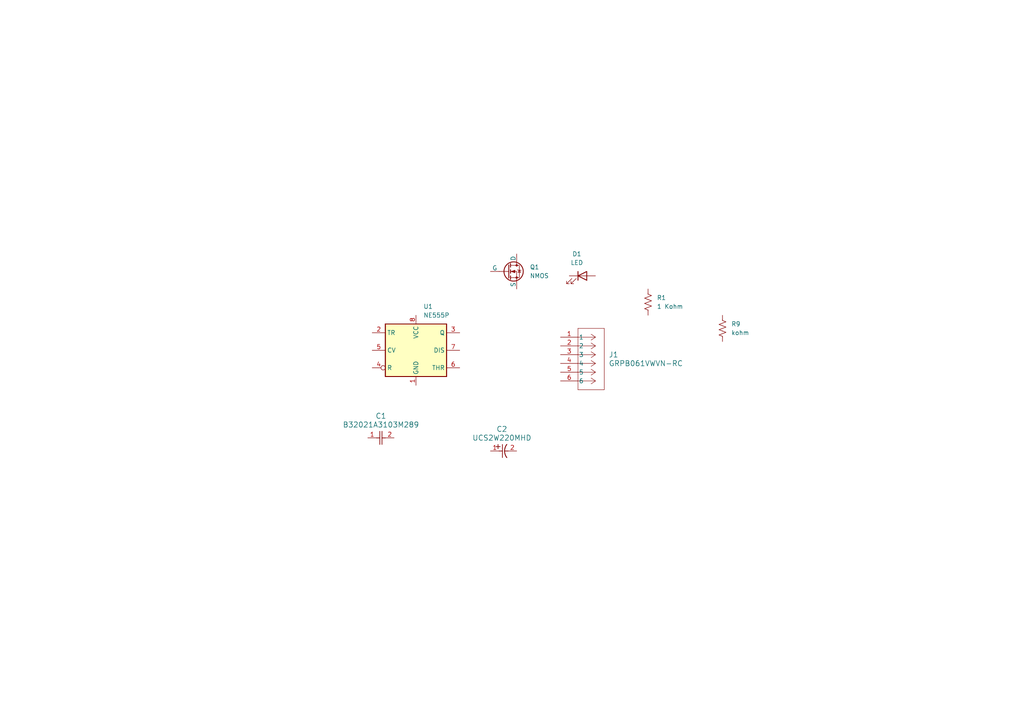
<source format=kicad_sch>
(kicad_sch (version 20250114) (generator "eeschema") (generator_version "9.0")
  (paper "A4")
  (lib_symbols
    (symbol "22uf:UCS2W220MHD" (pin_names (offset 0.254))
      (property "Reference" "C" (at 3.81 3.81 0))
      (property "Value" "UCS2W220MHD" (at 3.81 -3.81 0))
      (symbol "UCS2W220MHD_1_1"
        (polyline (pts (xy 1.5748 1.27) (xy 2.8448 1.27)) (stroke (width 0.2032)))
        (polyline (pts (xy 2.2098 0.635) (xy 2.2098 1.905)) (stroke (width 0.2032)))
        (polyline (pts (xy 2.54 0) (xy 3.4798 0)) (stroke (width 0.2032)))
        (polyline (pts (xy 3.4798 -1.905) (xy 3.4798 1.905)) (stroke (width 0.2032)))
        (polyline (pts (xy 4.1148 0) (xy 5.08 0)) (stroke (width 0.2032)))
        (arc (start 4.7541 -1.9108) (mid 4.1148 0) (end 4.7541 1.9108) (stroke (width 0.254)))
        (pin unspecified line (at 0 0 0) (length 2.54) (name "") (number "1"))
        (pin unspecified line (at 7.62 0 180) (length 2.54) (name "") (number "2"))
      )
      (symbol "UCS2W220MHD_1_2"
        (polyline (pts (xy -1.905 -3.4798) (xy 1.905 -3.4798)) (stroke (width 0.2032)))
        (polyline (pts (xy 0 -2.54) (xy 0 -3.4798)) (stroke (width 0.2032)))
        (polyline (pts (xy 0 -4.1148) (xy 0 -5.08)) (stroke (width 0.2032)))
        (arc (start -1.9108 -4.7541) (mid 0 -4.1148) (end 1.9108 -4.7541) (stroke (width 0.254)))
        (polyline (pts (xy 0.635 -2.2098) (xy 1.905 -2.2098)) (stroke (width 0.2032)))
        (polyline (pts (xy 1.27 -1.5748) (xy 1.27 -2.8448)) (stroke (width 0.2032)))
        (pin unspecified line (at 0 0 270) (length 2.54) (name "") (number "2"))
        (pin unspecified line (at 0 -7.62 90) (length 2.54) (name "") (number "1"))
      )
    )
    (symbol "6 Pin:GRPB061VWVN-RC" (pin_names (offset 0.254))
      (property "Reference" "J" (at 8.89 6.35 0))
      (property "Value" "GRPB061VWVN-RC" (at 0 0 0))
      (symbol "GRPB061VWVN-RC_1_1"
        (polyline (pts (xy 5.08 2.54) (xy 5.08 -15.24)) (stroke (width 0.127)))
        (polyline (pts (xy 5.08 -15.24) (xy 12.7 -15.24)) (stroke (width 0.127)))
        (polyline (pts (xy 10.16 0) (xy 5.08 0)) (stroke (width 0.127)))
        (polyline (pts (xy 10.16 0) (xy 8.89 0.8467)) (stroke (width 0.127)))
        (polyline (pts (xy 10.16 0) (xy 8.89 -0.8467)) (stroke (width 0.127)))
        (polyline (pts (xy 10.16 -2.54) (xy 5.08 -2.54)) (stroke (width 0.127)))
        (polyline (pts (xy 10.16 -2.54) (xy 8.89 -1.6933)) (stroke (width 0.127)))
        (polyline (pts (xy 10.16 -2.54) (xy 8.89 -3.3867)) (stroke (width 0.127)))
        (polyline (pts (xy 10.16 -5.08) (xy 5.08 -5.08)) (stroke (width 0.127)))
        (polyline (pts (xy 10.16 -5.08) (xy 8.89 -4.2333)) (stroke (width 0.127)))
        (polyline (pts (xy 10.16 -5.08) (xy 8.89 -5.9267)) (stroke (width 0.127)))
        (polyline (pts (xy 10.16 -7.62) (xy 5.08 -7.62)) (stroke (width 0.127)))
        (polyline (pts (xy 10.16 -7.62) (xy 8.89 -6.7733)) (stroke (width 0.127)))
        (polyline (pts (xy 10.16 -7.62) (xy 8.89 -8.4667)) (stroke (width 0.127)))
        (polyline (pts (xy 10.16 -10.16) (xy 5.08 -10.16)) (stroke (width 0.127)))
        (polyline (pts (xy 10.16 -10.16) (xy 8.89 -9.3133)) (stroke (width 0.127)))
        (polyline (pts (xy 10.16 -10.16) (xy 8.89 -11.0067)) (stroke (width 0.127)))
        (polyline (pts (xy 10.16 -12.7) (xy 5.08 -12.7)) (stroke (width 0.127)))
        (polyline (pts (xy 10.16 -12.7) (xy 8.89 -11.8533)) (stroke (width 0.127)))
        (polyline (pts (xy 10.16 -12.7) (xy 8.89 -13.5467)) (stroke (width 0.127)))
        (polyline (pts (xy 12.7 2.54) (xy 5.08 2.54)) (stroke (width 0.127)))
        (polyline (pts (xy 12.7 -15.24) (xy 12.7 2.54)) (stroke (width 0.127)))
        (pin unspecified line (at 0 0 0) (length 5.08) (name "1") (number "1"))
        (pin unspecified line (at 0 -2.54 0) (length 5.08) (name "2") (number "2"))
        (pin unspecified line (at 0 -5.08 0) (length 5.08) (name "3") (number "3"))
        (pin unspecified line (at 0 -7.62 0) (length 5.08) (name "4") (number "4"))
        (pin unspecified line (at 0 -10.16 0) (length 5.08) (name "5") (number "5"))
        (pin unspecified line (at 0 -12.7 0) (length 5.08) (name "6") (number "6"))
      )
      (symbol "GRPB061VWVN-RC_1_2"
        (polyline (pts (xy 5.08 2.54) (xy 5.08 -15.24)) (stroke (width 0.127)))
        (polyline (pts (xy 5.08 -15.24) (xy 12.7 -15.24)) (stroke (width 0.127)))
        (polyline (pts (xy 7.62 0) (xy 5.08 0)) (stroke (width 0.127)))
        (polyline (pts (xy 7.62 0) (xy 8.89 0.8467)) (stroke (width 0.127)))
        (polyline (pts (xy 7.62 0) (xy 8.89 -0.8467)) (stroke (width 0.127)))
        (polyline (pts (xy 7.62 -2.54) (xy 5.08 -2.54)) (stroke (width 0.127)))
        (polyline (pts (xy 7.62 -2.54) (xy 8.89 -1.6933)) (stroke (width 0.127)))
        (polyline (pts (xy 7.62 -2.54) (xy 8.89 -3.3867)) (stroke (width 0.127)))
        (polyline (pts (xy 7.62 -5.08) (xy 5.08 -5.08)) (stroke (width 0.127)))
        (polyline (pts (xy 7.62 -5.08) (xy 8.89 -4.2333)) (stroke (width 0.127)))
        (polyline (pts (xy 7.62 -5.08) (xy 8.89 -5.9267)) (stroke (width 0.127)))
        (polyline (pts (xy 7.62 -7.62) (xy 5.08 -7.62)) (stroke (width 0.127)))
        (polyline (pts (xy 7.62 -7.62) (xy 8.89 -6.7733)) (stroke (width 0.127)))
        (polyline (pts (xy 7.62 -7.62) (xy 8.89 -8.4667)) (stroke (width 0.127)))
        (polyline (pts (xy 7.62 -10.16) (xy 5.08 -10.16)) (stroke (width 0.127)))
        (polyline (pts (xy 7.62 -10.16) (xy 8.89 -9.3133)) (stroke (width 0.127)))
        (polyline (pts (xy 7.62 -10.16) (xy 8.89 -11.0067)) (stroke (width 0.127)))
        (polyline (pts (xy 7.62 -12.7) (xy 5.08 -12.7)) (stroke (width 0.127)))
        (polyline (pts (xy 7.62 -12.7) (xy 8.89 -11.8533)) (stroke (width 0.127)))
        (polyline (pts (xy 7.62 -12.7) (xy 8.89 -13.5467)) (stroke (width 0.127)))
        (polyline (pts (xy 12.7 2.54) (xy 5.08 2.54)) (stroke (width 0.127)))
        (polyline (pts (xy 12.7 -15.24) (xy 12.7 2.54)) (stroke (width 0.127)))
        (pin unspecified line (at 0 0 0) (length 5.08) (name "1") (number "1"))
        (pin unspecified line (at 0 -2.54 0) (length 5.08) (name "2") (number "2"))
        (pin unspecified line (at 0 -5.08 0) (length 5.08) (name "3") (number "3"))
        (pin unspecified line (at 0 -7.62 0) (length 5.08) (name "4") (number "4"))
        (pin unspecified line (at 0 -10.16 0) (length 5.08) (name "5") (number "5"))
        (pin unspecified line (at 0 -12.7 0) (length 5.08) (name "6") (number "6"))
      )
    )
    (symbol "C3 10nf:B32021A3103M289" (pin_names (offset 0.254))
      (property "Reference" "C" (at 3.81 3.81 0))
      (property "Value" "B32021A3103M289" (at 3.81 -3.81 0))
      (symbol "B32021A3103M289_1_1"
        (polyline (pts (xy 2.54 0) (xy 3.4798 0)) (stroke (width 0.2032)))
        (polyline (pts (xy 3.4798 -1.905) (xy 3.4798 1.905)) (stroke (width 0.2032)))
        (polyline (pts (xy 4.1148 0) (xy 5.08 0)) (stroke (width 0.2032)))
        (polyline (pts (xy 4.1148 -1.905) (xy 4.1148 1.905)) (stroke (width 0.2032)))
        (pin unspecified line (at 0 0 0) (length 2.54) (name "") (number "1"))
        (pin unspecified line (at 7.62 0 180) (length 2.54) (name "") (number "2"))
      )
      (symbol "B32021A3103M289_1_2"
        (polyline (pts (xy -1.905 -3.4798) (xy 1.905 -3.4798)) (stroke (width 0.2032)))
        (polyline (pts (xy -1.905 -4.1148) (xy 1.905 -4.1148)) (stroke (width 0.2032)))
        (polyline (pts (xy 0 -2.54) (xy 0 -3.4798)) (stroke (width 0.2032)))
        (polyline (pts (xy 0 -4.1148) (xy 0 -5.08)) (stroke (width 0.2032)))
        (pin unspecified line (at 0 0 270) (length 2.54) (name "") (number "1"))
        (pin unspecified line (at 0 -7.62 90) (length 2.54) (name "") (number "2"))
      )
    )
    (symbol "Device:LED" (pin_numbers (hide yes)) (pin_names (offset 1.016) (hide yes))
      (property "Reference" "D" (at 0 2.54 0))
      (property "Value" "LED" (at 0 -2.54 0))
      (symbol "LED_0_1"
        (polyline (pts (xy -3.048 -0.762) (xy -4.572 -2.286) (xy -3.81 -2.286) (xy -4.572 -2.286) (xy -4.572 -1.524)))
        (polyline (pts (xy -1.778 -0.762) (xy -3.302 -2.286) (xy -2.54 -2.286) (xy -3.302 -2.286) (xy -3.302 -1.524)))
        (polyline (pts (xy -1.27 0) (xy 1.27 0)))
        (polyline (pts (xy -1.27 -1.27) (xy -1.27 1.27)) (stroke (width 0.254)))
        (polyline (pts (xy 1.27 -1.27) (xy 1.27 1.27) (xy -1.27 0) (xy 1.27 -1.27)) (stroke (width 0.254)))
      )
      (symbol "LED_1_1"
        (pin passive line (at -3.81 0 0) (length 2.54) (name "K") (number "1"))
        (pin passive line (at 3.81 0 180) (length 2.54) (name "A") (number "2"))
      )
    )
    (symbol "Device:R_US" (pin_numbers (hide yes)) (pin_names (offset 0))
      (property "Reference" "R" (at 2.54 0 90))
      (property "Value" "R_US" (at -2.54 0 90))
      (symbol "R_US_0_1"
        (polyline (pts (xy 0 2.286) (xy 0 2.54)))
        (polyline (pts (xy 0 2.286) (xy 1.016 1.905) (xy 0 1.524) (xy -1.016 1.143) (xy 0 0.762)))
        (polyline (pts (xy 0 0.762) (xy 1.016 0.381) (xy 0 0) (xy -1.016 -0.381) (xy 0 -0.762)))
        (polyline (pts (xy 0 -0.762) (xy 1.016 -1.143) (xy 0 -1.524) (xy -1.016 -1.905) (xy 0 -2.286)))
        (polyline (pts (xy 0 -2.286) (xy 0 -2.54)))
      )
      (symbol "R_US_1_1"
        (pin passive line (at 0 3.81 270) (length 1.27) (name "~") (number "1"))
        (pin passive line (at 0 -3.81 90) (length 1.27) (name "~") (number "2"))
      )
    )
    (symbol "Simulation_SPICE:NMOS" (pin_numbers (hide yes)) (pin_names (offset 0))
      (property "Reference" "Q" (at 5.08 1.27 0))
      (property "Value" "NMOS" (at 5.08 -1.27 0))
      (symbol "NMOS_0_1"
        (polyline (pts (xy 0.254 1.905) (xy 0.254 -1.905)) (stroke (width 0.254)))
        (polyline (pts (xy 0.254 0) (xy -2.54 0)))
        (polyline (pts (xy 0.762 2.286) (xy 0.762 1.27)) (stroke (width 0.254)))
        (polyline (pts (xy 0.762 0.508) (xy 0.762 -0.508)) (stroke (width 0.254)))
        (polyline (pts (xy 0.762 -1.27) (xy 0.762 -2.286)) (stroke (width 0.254)))
        (polyline (pts (xy 0.762 -1.778) (xy 3.302 -1.778) (xy 3.302 1.778) (xy 0.762 1.778)))
        (polyline (pts (xy 1.016 0) (xy 2.032 0.381) (xy 2.032 -0.381) (xy 1.016 0)) (fill (type outline)))
        (circle (center 1.651 0) (radius 2.794) (stroke (width 0.254)))
        (polyline (pts (xy 2.54 2.54) (xy 2.54 1.778)))
        (circle (center 2.54 1.778) (radius 0.254) (fill (type outline)))
        (circle (center 2.54 -1.778) (radius 0.254) (fill (type outline)))
        (polyline (pts (xy 2.54 -2.54) (xy 2.54 0) (xy 0.762 0)))
        (polyline (pts (xy 2.794 0.508) (xy 2.921 0.381) (xy 3.683 0.381) (xy 3.81 0.254)))
        (polyline (pts (xy 3.302 0.381) (xy 2.921 -0.254) (xy 3.683 -0.254) (xy 3.302 0.381)))
      )
      (symbol "NMOS_1_1"
        (pin input line (at -5.08 0 0) (length 2.54) (name "G") (number "2"))
        (pin passive line (at 2.54 5.08 270) (length 2.54) (name "D") (number "1"))
        (pin passive line (at 2.54 -5.08 90) (length 2.54) (name "S") (number "3"))
      )
    )
    (symbol "Timer:NE555P"
      (property "Reference" "U" (at -10.16 8.89 0))
      (property "Value" "NE555P" (at 2.54 8.89 0))
      (symbol "NE555P_0_0"
        (pin power_in line (at 0 10.16 270) (length 2.54) (name "VCC") (number "8"))
        (pin power_in line (at 0 -10.16 90) (length 2.54) (name "GND") (number "1"))
      )
      (symbol "NE555P_0_1"
        (rectangle (start -8.89 -7.62) (end 8.89 7.62) (stroke (width 0.254)) (fill (type background)))
        (rectangle (start -8.89 -7.62) (end 8.89 7.62) (stroke (width 0.254)) (fill (type background)))
      )
      (symbol "NE555P_1_1"
        (pin input line (at -12.7 5.08 0) (length 3.81) (name "TR") (number "2"))
        (pin input line (at -12.7 0 0) (length 3.81) (name "CV") (number "5"))
        (pin input inverted (at -12.7 -5.08 0) (length 3.81) (name "R") (number "4"))
        (pin output line (at 12.7 5.08 180) (length 3.81) (name "Q") (number "3"))
        (pin input line (at 12.7 0 180) (length 3.81) (name "DIS") (number "7"))
        (pin input line (at 12.7 -5.08 180) (length 3.81) (name "THR") (number "6"))
      )
    )
  )
  (symbol (lib_id "Device:R_US") (at 187.96 87.63 0) (unit 1)
    (property "Reference" "R1" (at 190.5 86.3599 0) (effects (justify left)))
    (property "Value" "1 Kohm" (at 190.5 88.8999 0) (effects (justify left)))
    (property "Description" "Resistor, US symbol" (effects (hide yes)))
  )
  (symbol (lib_id "22uf:UCS2W220MHD") (at 142.24 130.81 0) (unit 1)
    (property "Reference" "C2" (at 145.5674 124.46 0) (effects (font (size 1.524 1.524))))
    (property "Value" "UCS2W220MHD" (at 145.5674 127 0) (effects (font (size 1.524 1.524))))
    (property "Footprint" "PCAP_16x20-THRU-ELECT_NCA" (effects (hide yes)))
    (property "Datasheet" "UCS2W220MHD" (effects (hide yes)))
  )
  (symbol (lib_id "Device:LED") (at 168.91 80.01 0) (unit 1)
    (property "Reference" "D1" (at 167.3225 73.66 0))
    (property "Value" "LED" (at 167.3225 76.2 0))
    (property "Description" "Light emitting diode" (effects (hide yes)))
    (property "Sim.Pins" "1=K 2=A" (effects (hide yes)))
  )
  (symbol (lib_id "Timer:NE555P") (at 120.65 101.6 0) (unit 1)
    (property "Reference" "U1" (at 122.7933 88.9 0) (effects (justify left)))
    (property "Value" "NE555P" (at 122.7933 91.44 0) (effects (justify left)))
    (property "Footprint" "Package_DIP:DIP-8_W7.62mm" (effects (hide yes)))
    (property "Datasheet" "http://www.ti.com/lit/ds/symlink/ne555.pdf" (effects (hide yes)))
    (property "Description" "Precision Timers, 555 compatible,  PDIP-8" (effects (hide yes)))
  )
  (symbol (lib_id "Device:R_US") (at 209.55 95.25 0) (unit 1)
    (property "Reference" "R9" (at 212.09 93.9799 0) (effects (justify left)))
    (property "Value" "kohm" (at 212.09 96.5199 0) (effects (justify left)))
    (property "Description" "Resistor, US symbol" (effects (hide yes)))
  )
  (symbol (lib_id "Simulation_SPICE:NMOS") (at 147.32 78.74 0) (unit 1)
    (property "Reference" "Q1" (at 153.67 77.4699 0) (effects (justify left)))
    (property "Value" "NMOS" (at 153.67 80.0099 0) (effects (justify left)))
    (property "Datasheet" "https://ngspice.sourceforge.io/docs/ngspice-html-manual/manual.xhtml#cha_MOSFETs" (effects (hide yes)))
    (property "Description" "N-MOSFET transistor, drain/source/gate" (effects (hide yes)))
    (property "Sim.Device" "NMOS" (effects (hide yes)))
    (property "Sim.Type" "VDMOS" (effects (hide yes)))
    (property "Sim.Pins" "1=D 2=G 3=S" (effects (hide yes)))
  )
  (symbol (lib_id "6 Pin:GRPB061VWVN-RC") (at 162.56 97.79 0) (unit 1)
    (property "Reference" "J1" (at 176.53 102.8699 0) (effects (font (size 1.524 1.524)) (justify left)))
    (property "Value" "GRPB061VWVN-RC" (at 176.53 105.4099 0) (effects (font (size 1.524 1.524)) (justify left)))
    (property "Footprint" "CONN_GRPB061VWVN-RC_SUL" (effects (hide yes)))
    (property "Datasheet" "GRPB061VWVN-RC" (effects (hide yes)))
  )
  (symbol (lib_id "C3 10nf:B32021A3103M289") (at 106.68 127 0) (unit 1)
    (property "Reference" "C1" (at 110.49 120.65 0) (effects (font (size 1.524 1.524))))
    (property "Value" "B32021A3103M289" (at 110.49 123.19 0) (effects (font (size 1.524 1.524))))
    (property "Footprint" "CAP_B32021_TDK" (effects (hide yes)))
    (property "Datasheet" "B32021A3103M289" (effects (hide yes)))
  )
)
</source>
